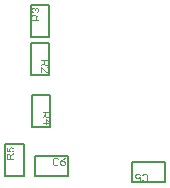
<source format=gbr>
G04*
G04 #@! TF.GenerationSoftware,Altium Limited,Altium Designer,23.3.1 (30)*
G04*
G04 Layer_Color=16711935*
%FSLAX25Y25*%
%MOIN*%
G70*
G04*
G04 #@! TF.SameCoordinates,9E9A1B20-5B00-4279-B210-449FD35A5861*
G04*
G04*
G04 #@! TF.FilePolarity,Positive*
G04*
G01*
G75*
%ADD10C,0.00787*%
%ADD14C,0.00472*%
G36*
X157650Y233909D02*
X157680Y233905D01*
X157712Y233901D01*
X157752Y233894D01*
X157792Y233887D01*
X157887Y233865D01*
X157985Y233828D01*
X158036Y233807D01*
X158084Y233777D01*
X158135Y233748D01*
X158182Y233712D01*
X158186Y233708D01*
X158196Y233701D01*
X158211Y233686D01*
X158229Y233668D01*
X158251Y233643D01*
X158280Y233614D01*
X158306Y233577D01*
X158335Y233537D01*
X158364Y233494D01*
X158389Y233443D01*
X158415Y233388D01*
X158440Y233330D01*
X158458Y233268D01*
X158473Y233199D01*
X158484Y233126D01*
X158488Y233050D01*
Y233017D01*
X158484Y232991D01*
X158480Y232962D01*
X158477Y232929D01*
X158473Y232889D01*
X158462Y232849D01*
X158440Y232758D01*
X158408Y232667D01*
X158386Y232620D01*
X158360Y232573D01*
X158331Y232529D01*
X158298Y232485D01*
X158295Y232482D01*
X158291Y232474D01*
X158276Y232467D01*
X158262Y232453D01*
X158244Y232434D01*
X158222Y232416D01*
X158193Y232394D01*
X158160Y232376D01*
X158127Y232354D01*
X158087Y232332D01*
X158000Y232292D01*
X157898Y232260D01*
X157843Y232249D01*
X157785Y232241D01*
X157760Y232565D01*
X157763D01*
X157771D01*
X157782Y232569D01*
X157800Y232573D01*
X157840Y232584D01*
X157894Y232598D01*
X157949Y232620D01*
X158011Y232649D01*
X158065Y232685D01*
X158116Y232729D01*
X158120Y232736D01*
X158135Y232751D01*
X158153Y232780D01*
X158175Y232820D01*
X158196Y232864D01*
X158215Y232918D01*
X158229Y232980D01*
X158233Y233050D01*
Y233071D01*
X158229Y233086D01*
X158226Y233130D01*
X158211Y233180D01*
X158193Y233242D01*
X158164Y233304D01*
X158120Y233370D01*
X158095Y233399D01*
X158065Y233428D01*
X158062Y233432D01*
X158058Y233435D01*
X158047Y233443D01*
X158036Y233453D01*
X157996Y233479D01*
X157945Y233508D01*
X157883Y233534D01*
X157807Y233559D01*
X157716Y233577D01*
X157669Y233585D01*
X157618D01*
X157614D01*
X157607D01*
X157592D01*
X157574Y233581D01*
X157552D01*
X157527Y233577D01*
X157468Y233566D01*
X157399Y233548D01*
X157330Y233523D01*
X157265Y233486D01*
X157203Y233435D01*
X157199D01*
X157195Y233428D01*
X157177Y233410D01*
X157152Y233377D01*
X157123Y233333D01*
X157097Y233275D01*
X157072Y233210D01*
X157053Y233133D01*
X157046Y233089D01*
Y233020D01*
X157050Y232991D01*
X157053Y232955D01*
X157064Y232911D01*
X157075Y232868D01*
X157094Y232820D01*
X157115Y232773D01*
X157119Y232769D01*
X157126Y232755D01*
X157144Y232733D01*
X157163Y232704D01*
X157188Y232675D01*
X157221Y232645D01*
X157254Y232613D01*
X157294Y232587D01*
X157254Y232296D01*
X155958Y232540D01*
Y233792D01*
X156253D01*
Y232784D01*
X156933Y232649D01*
X156930Y232653D01*
X156926Y232660D01*
X156919Y232671D01*
X156908Y232689D01*
X156897Y232711D01*
X156882Y232736D01*
X156853Y232795D01*
X156824Y232868D01*
X156799Y232948D01*
X156781Y233035D01*
X156773Y233079D01*
Y233159D01*
X156777Y233180D01*
X156781Y233210D01*
X156784Y233242D01*
X156791Y233279D01*
X156802Y233319D01*
X156828Y233406D01*
X156846Y233453D01*
X156871Y233501D01*
X156897Y233548D01*
X156926Y233595D01*
X156963Y233639D01*
X157002Y233683D01*
X157006Y233686D01*
X157013Y233694D01*
X157024Y233705D01*
X157043Y233719D01*
X157068Y233737D01*
X157094Y233756D01*
X157126Y233777D01*
X157163Y233799D01*
X157203Y233818D01*
X157246Y233839D01*
X157297Y233858D01*
X157348Y233876D01*
X157403Y233890D01*
X157465Y233901D01*
X157527Y233909D01*
X157592Y233912D01*
X157596D01*
X157607D01*
X157625D01*
X157650Y233909D01*
D02*
G37*
G36*
X158444Y231630D02*
X157920Y231299D01*
X157916D01*
X157909Y231291D01*
X157898Y231284D01*
X157883Y231273D01*
X157843Y231248D01*
X157792Y231215D01*
X157738Y231175D01*
X157680Y231135D01*
X157625Y231095D01*
X157574Y231058D01*
X157570Y231055D01*
X157556Y231044D01*
X157534Y231026D01*
X157509Y231000D01*
X157454Y230946D01*
X157428Y230916D01*
X157407Y230887D01*
X157403Y230884D01*
X157399Y230876D01*
X157392Y230862D01*
X157381Y230840D01*
X157370Y230818D01*
X157359Y230793D01*
X157341Y230734D01*
Y230731D01*
X157337Y230724D01*
Y230709D01*
X157334Y230691D01*
X157330Y230665D01*
Y230636D01*
X157326Y230596D01*
Y230167D01*
X158444D01*
Y229832D01*
X155925D01*
Y231000D01*
X155929Y231029D01*
Y231062D01*
X155932Y231138D01*
X155943Y231219D01*
X155954Y231306D01*
X155972Y231386D01*
X155983Y231426D01*
X155994Y231459D01*
Y231462D01*
X155998Y231466D01*
X156009Y231488D01*
X156023Y231521D01*
X156049Y231561D01*
X156082Y231604D01*
X156125Y231652D01*
X156176Y231695D01*
X156235Y231739D01*
X156238D01*
X156242Y231743D01*
X156264Y231757D01*
X156300Y231772D01*
X156347Y231794D01*
X156402Y231812D01*
X156467Y231830D01*
X156537Y231841D01*
X156613Y231845D01*
X156617D01*
X156624D01*
X156639D01*
X156657Y231841D01*
X156682D01*
X156708Y231837D01*
X156770Y231823D01*
X156842Y231801D01*
X156919Y231772D01*
X156995Y231728D01*
X157032Y231699D01*
X157068Y231670D01*
X157072Y231666D01*
X157075Y231663D01*
X157086Y231652D01*
X157097Y231637D01*
X157112Y231619D01*
X157126Y231597D01*
X157144Y231568D01*
X157166Y231539D01*
X157185Y231503D01*
X157203Y231462D01*
X157225Y231419D01*
X157243Y231371D01*
X157257Y231317D01*
X157275Y231262D01*
X157286Y231200D01*
X157297Y231135D01*
X157301Y231142D01*
X157308Y231157D01*
X157323Y231178D01*
X157337Y231208D01*
X157377Y231273D01*
X157403Y231306D01*
X157425Y231335D01*
X157432Y231342D01*
X157450Y231361D01*
X157479Y231390D01*
X157516Y231426D01*
X157567Y231466D01*
X157621Y231513D01*
X157687Y231561D01*
X157760Y231612D01*
X158444Y232045D01*
Y231630D01*
D02*
G37*
%LPC*%
G36*
X156617Y231503D02*
X156613D01*
X156609D01*
X156588Y231499D01*
X156555Y231495D01*
X156511Y231488D01*
X156467Y231470D01*
X156416Y231448D01*
X156369Y231415D01*
X156322Y231371D01*
X156318Y231364D01*
X156304Y231346D01*
X156285Y231317D01*
X156264Y231270D01*
X156242Y231215D01*
X156224Y231142D01*
X156209Y231058D01*
X156205Y230960D01*
Y230167D01*
X157039D01*
Y230916D01*
X157035Y230960D01*
X157032Y231011D01*
X157028Y231069D01*
X157021Y231128D01*
X157010Y231186D01*
X156995Y231237D01*
X156992Y231244D01*
X156984Y231259D01*
X156973Y231280D01*
X156959Y231310D01*
X156937Y231342D01*
X156912Y231375D01*
X156879Y231408D01*
X156842Y231433D01*
X156839Y231437D01*
X156824Y231444D01*
X156802Y231455D01*
X156773Y231470D01*
X156740Y231481D01*
X156704Y231492D01*
X156660Y231499D01*
X156617Y231503D01*
D02*
G37*
%LPD*%
D10*
X197699Y222290D02*
X208723D01*
X197699D02*
Y228983D01*
X208723D01*
Y222290D02*
Y228983D01*
X155436Y224505D02*
X161539D01*
Y235159D01*
X155436D02*
X161539D01*
X155436Y224505D02*
Y235159D01*
X164385Y251536D02*
X170488D01*
X164385Y240881D02*
Y251536D01*
Y240881D02*
X170488D01*
Y251536D01*
X163987Y268740D02*
X170089D01*
X163987Y258086D02*
Y268740D01*
Y258086D02*
X170089D01*
Y268740D01*
X163918Y270742D02*
X170021D01*
Y281396D01*
X163918D02*
X170021D01*
X163918Y270742D02*
Y281396D01*
X165450Y224282D02*
Y230975D01*
Y224282D02*
X176474D01*
Y230975D01*
X165450D02*
X176474D01*
D14*
X201164Y223196D02*
X201558Y222802D01*
X202345D01*
X202739Y223196D01*
Y224770D01*
X202345Y225164D01*
X201558D01*
X201164Y224770D01*
X198803Y222802D02*
X200377D01*
Y223983D01*
X199590Y223589D01*
X199197D01*
X198803Y223983D01*
Y224770D01*
X199197Y225164D01*
X199984D01*
X200377Y224770D01*
X167909Y245736D02*
X170270D01*
Y244555D01*
X169877Y244162D01*
X169090D01*
X168696Y244555D01*
Y245736D01*
Y244949D02*
X167909Y244162D01*
Y242194D02*
X170270D01*
X169090Y243375D01*
Y241800D01*
X167510Y262941D02*
X169872D01*
Y261760D01*
X169478Y261366D01*
X168691D01*
X168298Y261760D01*
Y262941D01*
Y262153D02*
X167510Y261366D01*
Y259005D02*
Y260579D01*
X169085Y259005D01*
X169478D01*
X169872Y259398D01*
Y260186D01*
X169478Y260579D01*
X166497Y276541D02*
X164136D01*
Y277722D01*
X164529Y278116D01*
X165316D01*
X165710Y277722D01*
Y276541D01*
Y277329D02*
X166497Y278116D01*
X164529Y278903D02*
X164136Y279296D01*
Y280084D01*
X164529Y280477D01*
X164923D01*
X165316Y280084D01*
Y279690D01*
Y280084D01*
X165710Y280477D01*
X166103D01*
X166497Y280084D01*
Y279296D01*
X166103Y278903D01*
X173009Y230068D02*
X172615Y230462D01*
X171828D01*
X171434Y230068D01*
Y228494D01*
X171828Y228101D01*
X172615D01*
X173009Y228494D01*
X175370Y230462D02*
X174583Y230068D01*
X173796Y229281D01*
Y228494D01*
X174189Y228101D01*
X174976D01*
X175370Y228494D01*
Y228888D01*
X174976Y229281D01*
X173796D01*
M02*

</source>
